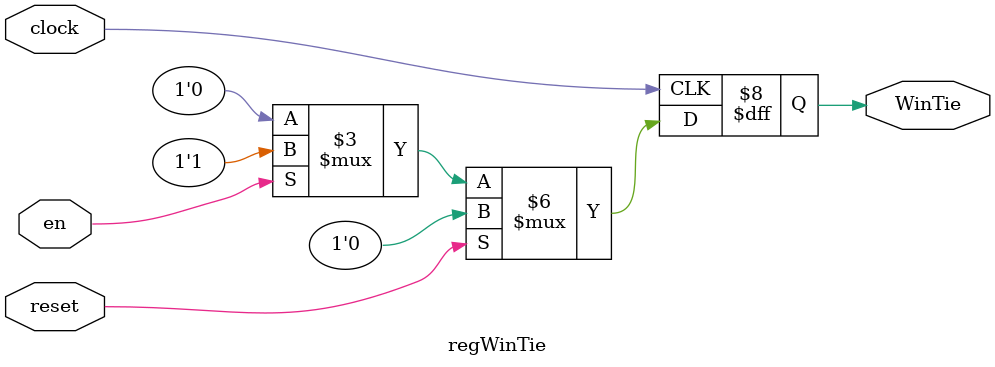
<source format=sv>
module regWinTie(input logic en, clock, reset, 
				  output logic WinTie);

always @(negedge clock)

	if(reset) 
		WinTie <= 1'b0;
		
	else
		if(en)
			WinTie <= 1'b1;
		else 
			WinTie <= 1'b0;// keep tie
 
endmodule 
</source>
